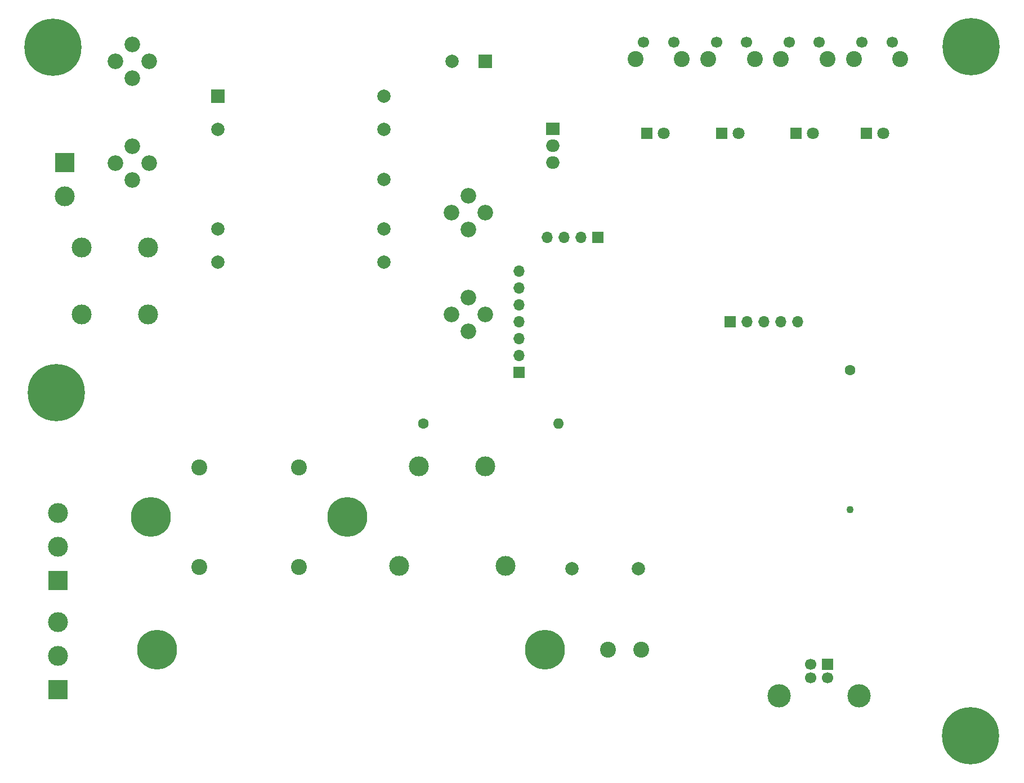
<source format=gbr>
%TF.GenerationSoftware,KiCad,Pcbnew,7.0.1*%
%TF.CreationDate,2023-05-06T23:45:57+02:00*%
%TF.ProjectId,PUE_mainboard,5055455f-6d61-4696-9e62-6f6172642e6b,rev?*%
%TF.SameCoordinates,Original*%
%TF.FileFunction,Soldermask,Bot*%
%TF.FilePolarity,Negative*%
%FSLAX46Y46*%
G04 Gerber Fmt 4.6, Leading zero omitted, Abs format (unit mm)*
G04 Created by KiCad (PCBNEW 7.0.1) date 2023-05-06 23:45:57*
%MOMM*%
%LPD*%
G01*
G04 APERTURE LIST*
%ADD10C,3.000000*%
%ADD11C,1.100000*%
%ADD12C,1.600000*%
%ADD13R,1.800000X1.800000*%
%ADD14C,1.800000*%
%ADD15R,3.000000X3.000000*%
%ADD16C,2.350000*%
%ADD17C,2.400000*%
%ADD18C,1.700000*%
%ADD19C,0.900000*%
%ADD20C,8.600000*%
%ADD21R,2.000000X1.905000*%
%ADD22O,2.000000X1.905000*%
%ADD23R,2.000000X2.000000*%
%ADD24C,2.000000*%
%ADD25R,1.700000X1.700000*%
%ADD26O,1.700000X1.700000*%
%ADD27C,3.500000*%
%ADD28C,6.000000*%
%ADD29O,1.600000X1.600000*%
G04 APERTURE END LIST*
D10*
%TO.C,TR1*%
X124160000Y-169940000D03*
X140160000Y-169940000D03*
X137160000Y-154940000D03*
X127160000Y-154940000D03*
%TD*%
D11*
%TO.C,J8*%
X192025000Y-161450000D03*
D12*
X192025000Y-140450000D03*
%TD*%
D13*
%TO.C,D5*%
X183860000Y-104800000D03*
D14*
X186400000Y-104800000D03*
%TD*%
D15*
%TO.C,J1*%
X72850000Y-188600000D03*
D10*
X72850000Y-183520000D03*
X72850000Y-178440000D03*
%TD*%
D16*
%TO.C,F2*%
X134620000Y-134620000D03*
X132080000Y-132080000D03*
X137160000Y-132080000D03*
X134620000Y-129540000D03*
X134620000Y-119300000D03*
X132080000Y-116760000D03*
X137160000Y-116760000D03*
X134620000Y-114220000D03*
%TD*%
D17*
%TO.C,R31*%
X160550000Y-182600000D03*
X155550000Y-182600000D03*
%TD*%
%TO.C,SW2*%
X170660002Y-93650000D03*
X177660002Y-93650000D03*
D18*
X171910002Y-91150000D03*
X176410002Y-91150000D03*
%TD*%
D19*
%TO.C,H3*%
X206975000Y-91825000D03*
X207919581Y-89544581D03*
X207919581Y-94105419D03*
X210200000Y-88600000D03*
D20*
X210200000Y-91825000D03*
D19*
X210200000Y-95050000D03*
X212480419Y-89544581D03*
X212480419Y-94105419D03*
X213425000Y-91825000D03*
%TD*%
%TO.C,H2*%
X206894581Y-195519581D03*
X207839162Y-193239162D03*
X207839162Y-197800000D03*
X210119581Y-192294581D03*
D20*
X210119581Y-195519581D03*
D19*
X210119581Y-198744581D03*
X212400000Y-193239162D03*
X212400000Y-197800000D03*
X213344581Y-195519581D03*
%TD*%
D16*
%TO.C,F3*%
X84020000Y-111825000D03*
X81480000Y-109285000D03*
X86560000Y-109285000D03*
X84020000Y-106745000D03*
X84020000Y-96505000D03*
X81480000Y-93965000D03*
X86560000Y-93965000D03*
X84020000Y-91425000D03*
%TD*%
D19*
%TO.C,H4*%
X69400000Y-143850000D03*
X70344581Y-141569581D03*
X70344581Y-146130419D03*
X72625000Y-140625000D03*
D20*
X72625000Y-143850000D03*
D19*
X72625000Y-147075000D03*
X74905419Y-141569581D03*
X74905419Y-146130419D03*
X75850000Y-143850000D03*
%TD*%
D15*
%TO.C,J2*%
X72850000Y-172150000D03*
D10*
X72850000Y-167070000D03*
X72850000Y-161990000D03*
%TD*%
D21*
%TO.C,U3*%
X147320000Y-104140000D03*
D22*
X147320000Y-106680000D03*
X147320000Y-109220000D03*
%TD*%
D13*
%TO.C,D6*%
X194460000Y-104800000D03*
D14*
X197000000Y-104800000D03*
%TD*%
D23*
%TO.C,T3*%
X96920000Y-99260000D03*
D24*
X96920000Y-104260000D03*
X96920000Y-119260000D03*
X96920000Y-124260000D03*
X121920000Y-124260000D03*
X121920000Y-119260000D03*
X121920000Y-111760000D03*
X121920000Y-104260000D03*
X121920000Y-99260000D03*
%TD*%
D17*
%TO.C,SW1*%
X159710000Y-93650000D03*
X166710000Y-93650000D03*
D18*
X160960000Y-91150000D03*
X165460000Y-91150000D03*
%TD*%
D23*
%TO.C,C12*%
X137160000Y-93980000D03*
D24*
X132160000Y-93980000D03*
%TD*%
D17*
%TO.C,SW3*%
X181610004Y-93650000D03*
X188610004Y-93650000D03*
D18*
X182860004Y-91150000D03*
X187360004Y-91150000D03*
%TD*%
D17*
%TO.C,SW5*%
X192560006Y-93650000D03*
X199560006Y-93650000D03*
D18*
X193810006Y-91150000D03*
X198310006Y-91150000D03*
%TD*%
D13*
%TO.C,D4*%
X172725000Y-104800000D03*
D14*
X175265000Y-104800000D03*
%TD*%
D25*
%TO.C,J9*%
X154080000Y-120500000D03*
D26*
X151540000Y-120500000D03*
X149000000Y-120500000D03*
X146460000Y-120500000D03*
%TD*%
D25*
%TO.C,J7*%
X174000000Y-133200000D03*
D26*
X176540000Y-133200000D03*
X179080000Y-133200000D03*
X181620000Y-133200000D03*
X184160000Y-133200000D03*
%TD*%
D19*
%TO.C,H1*%
X68894581Y-91919581D03*
X69839162Y-89639162D03*
X69839162Y-94200000D03*
X72119581Y-88694581D03*
D20*
X72119581Y-91919581D03*
D19*
X72119581Y-95144581D03*
X74400000Y-89639162D03*
X74400000Y-94200000D03*
X75344581Y-91919581D03*
%TD*%
D15*
%TO.C,J3*%
X73860000Y-109220000D03*
D10*
X73860000Y-114300000D03*
%TD*%
D13*
%TO.C,D1*%
X161460000Y-104800000D03*
D14*
X164000000Y-104800000D03*
%TD*%
D25*
%TO.C,J4*%
X188600000Y-184800000D03*
D18*
X186100000Y-184800000D03*
X186100000Y-186800000D03*
X188600000Y-186800000D03*
D27*
X193370000Y-189510000D03*
X181330000Y-189510000D03*
%TD*%
D24*
%TO.C,C19*%
X160200000Y-170350000D03*
X150200000Y-170350000D03*
%TD*%
D25*
%TO.C,J10*%
X142200000Y-140825000D03*
D26*
X142200000Y-138285000D03*
X142200000Y-135745000D03*
X142200000Y-133205000D03*
X142200000Y-130665000D03*
X142200000Y-128125000D03*
X142200000Y-125585000D03*
%TD*%
D28*
%TO.C,F1*%
X146150000Y-182600000D03*
X87750000Y-182600000D03*
%TD*%
D10*
%TO.C,SW4*%
X86417500Y-122062500D03*
X76417500Y-122062500D03*
X86417500Y-132062500D03*
X76417500Y-132062500D03*
%TD*%
D12*
%TO.C,R7*%
X127840000Y-148500000D03*
D29*
X148160000Y-148500000D03*
%TD*%
D17*
%TO.C,T2*%
X109100000Y-155122500D03*
X94100000Y-155122500D03*
X94100000Y-170122500D03*
X109100000Y-170122500D03*
D28*
X86850000Y-162622500D03*
X116350000Y-162622500D03*
%TD*%
M02*

</source>
